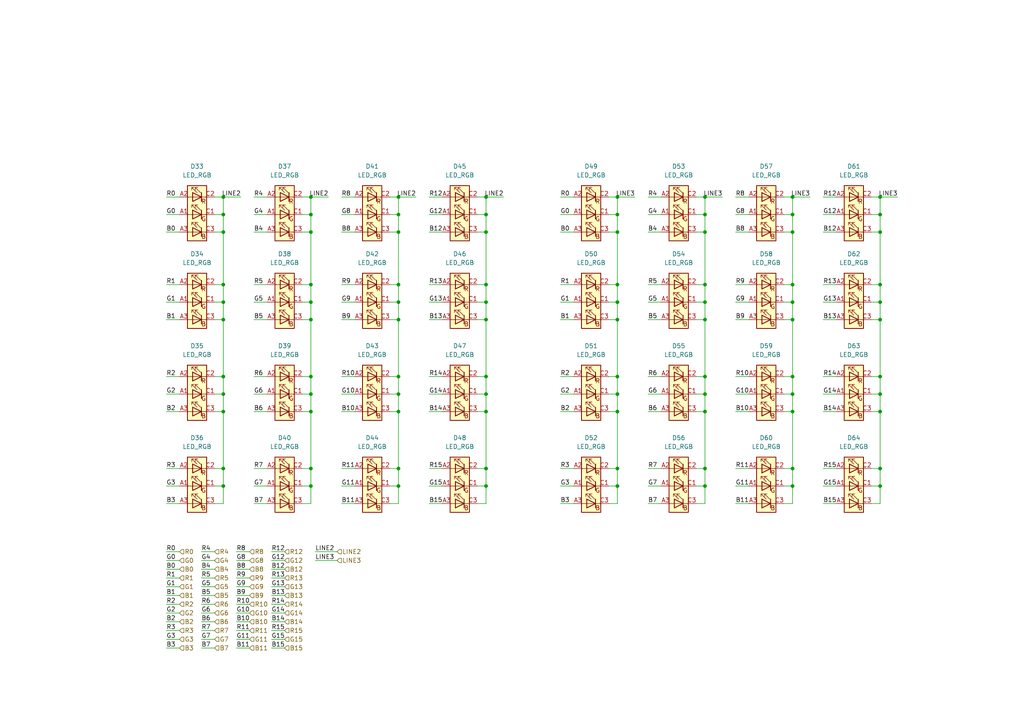
<source format=kicad_sch>
(kicad_sch (version 20250114) (generator "eeschema") (generator_version "9.0")
  (paper "A4")
  (lib_symbols
    (symbol "LRTBGVSR-4U4V-JW+8A8B-D8-3S4U-:LED_RGB" (pin_names (offset 0) (hide yes))
      (property "Reference" "D?" (at 0 13.97 0))
      (property "Value" "LED_RGB" (at 0 11.43 0))
      (symbol "LED_RGB_0_0"
        (text "R" (at -1.905 3.81 0) (effects (font (size 1.27 1.27))))
        (text "G" (at -1.905 -1.27 0) (effects (font (size 1.27 1.27))))
        (text "B" (at -1.905 -6.35 0) (effects (font (size 1.27 1.27))))
      )
      (symbol "LED_RGB_0_1"
        (polyline (pts (xy -1.27 6.35) (xy -1.27 3.81)) (stroke (width 0.254)))
        (polyline (pts (xy -1.27 6.35) (xy -1.27 3.81) (xy -1.27 3.81)))
        (polyline (pts (xy -1.27 5.08) (xy -2.54 5.08)))
        (polyline (pts (xy -1.27 5.08) (xy 1.27 5.08)))
        (polyline (pts (xy -1.27 1.27) (xy -1.27 -1.27)) (stroke (width 0.254)))
        (polyline (pts (xy -1.27 1.27) (xy -1.27 -1.27) (xy -1.27 -1.27)))
        (polyline (pts (xy -1.27 0) (xy -2.54 0)))
        (polyline (pts (xy -1.27 -3.81) (xy -1.27 -6.35)) (stroke (width 0.254)))
        (polyline (pts (xy -1.27 -5.08) (xy -2.54 -5.08)))
        (polyline (pts (xy -1.27 -5.08) (xy 1.27 -5.08)))
        (polyline (pts (xy -1.016 6.35) (xy 0.508 7.874) (xy -0.254 7.874) (xy 0.508 7.874) (xy 0.508 7.112)))
        (polyline (pts (xy -1.016 1.27) (xy 0.508 2.794) (xy -0.254 2.794) (xy 0.508 2.794) (xy 0.508 2.032)))
        (polyline (pts (xy -1.016 -3.81) (xy 0.508 -2.286) (xy -0.254 -2.286) (xy 0.508 -2.286) (xy 0.508 -3.048)))
        (polyline (pts (xy 0 6.35) (xy 1.524 7.874) (xy 0.762 7.874) (xy 1.524 7.874) (xy 1.524 7.112)))
        (polyline (pts (xy 0 1.27) (xy 1.524 2.794) (xy 0.762 2.794) (xy 1.524 2.794) (xy 1.524 2.032)))
        (polyline (pts (xy 0 -3.81) (xy 1.524 -2.286) (xy 0.762 -2.286) (xy 1.524 -2.286) (xy 1.524 -3.048)))
        (polyline (pts (xy 1.27 6.35) (xy 1.27 3.81) (xy -1.27 5.08) (xy 1.27 6.35)) (stroke (width 0.254)))
        (rectangle (start 1.27 6.35) (end 1.27 6.35))
        (polyline (pts (xy 1.27 5.08) (xy 2.54 5.08)))
        (rectangle (start 1.27 3.81) (end 1.27 6.35))
        (polyline (pts (xy 1.27 1.27) (xy 1.27 -1.27) (xy -1.27 0) (xy 1.27 1.27)) (stroke (width 0.254)))
        (rectangle (start 1.27 1.27) (end 1.27 1.27))
        (polyline (pts (xy 1.27 0) (xy -1.27 0)))
        (polyline (pts (xy 1.27 0) (xy 2.54 0)))
        (rectangle (start 1.27 -1.27) (end 1.27 1.27))
        (polyline (pts (xy 1.27 -3.81) (xy 1.27 -6.35) (xy -1.27 -5.08) (xy 1.27 -3.81)) (stroke (width 0.254)))
        (polyline (pts (xy 1.27 -5.08) (xy 2.54 -5.08)))
        (rectangle (start 2.794 8.382) (end -2.794 -7.62) (stroke (width 0.254)) (fill (type background)))
      )
      (symbol "LED_RGB_1_1"
        (pin passive line (at -5.08 5.08 0) (length 2.54) (name "RK") (number "C2"))
        (pin passive line (at -5.08 0 0) (length 2.54) (name "GK") (number "C1"))
        (pin passive line (at -5.08 -5.08 0) (length 2.54) (name "BK") (number "C3"))
        (pin passive line (at 5.08 5.08 180) (length 2.54) (name "RA") (number "A2"))
        (pin passive line (at 5.08 0 180) (length 2.54) (name "GA") (number "A1"))
        (pin passive line (at 5.08 -5.08 180) (length 2.54) (name "BA") (number "A3"))
      )
    )
  )
  (junction (at 229.87 140.97))
  (junction (at 204.47 92.71))
  (junction (at 255.27 114.3))
  (junction (at 229.87 67.31))
  (junction (at 179.07 57.15))
  (junction (at 140.97 87.63))
  (junction (at 115.57 92.71))
  (junction (at 64.77 135.89))
  (junction (at 115.57 87.63))
  (junction (at 229.87 92.71))
  (junction (at 255.27 135.89))
  (junction (at 90.17 82.55))
  (junction (at 140.97 114.3))
  (junction (at 179.07 82.55))
  (junction (at 229.87 82.55))
  (junction (at 140.97 67.31))
  (junction (at 115.57 135.89))
  (junction (at 90.17 135.89))
  (junction (at 64.77 62.23))
  (junction (at 255.27 82.55))
  (junction (at 64.77 87.63))
  (junction (at 255.27 109.22))
  (junction (at 115.57 62.23))
  (junction (at 255.27 57.15))
  (junction (at 204.47 82.55))
  (junction (at 90.17 57.15))
  (junction (at 229.87 57.15))
  (junction (at 179.07 87.63))
  (junction (at 204.47 87.63))
  (junction (at 204.47 135.89))
  (junction (at 90.17 87.63))
  (junction (at 140.97 119.38))
  (junction (at 229.87 135.89))
  (junction (at 115.57 140.97))
  (junction (at 140.97 92.71))
  (junction (at 179.07 109.22))
  (junction (at 179.07 119.38))
  (junction (at 255.27 87.63))
  (junction (at 64.77 109.22))
  (junction (at 115.57 57.15))
  (junction (at 229.87 109.22))
  (junction (at 255.27 62.23))
  (junction (at 115.57 119.38))
  (junction (at 115.57 82.55))
  (junction (at 140.97 140.97))
  (junction (at 90.17 67.31))
  (junction (at 179.07 114.3))
  (junction (at 115.57 114.3))
  (junction (at 179.07 92.71))
  (junction (at 64.77 92.71))
  (junction (at 90.17 119.38))
  (junction (at 204.47 140.97))
  (junction (at 229.87 114.3))
  (junction (at 64.77 119.38))
  (junction (at 64.77 67.31))
  (junction (at 229.87 62.23))
  (junction (at 90.17 114.3))
  (junction (at 90.17 140.97))
  (junction (at 115.57 67.31))
  (junction (at 115.57 109.22))
  (junction (at 229.87 119.38))
  (junction (at 255.27 140.97))
  (junction (at 64.77 114.3))
  (junction (at 179.07 62.23))
  (junction (at 255.27 119.38))
  (junction (at 140.97 135.89))
  (junction (at 179.07 135.89))
  (junction (at 204.47 62.23))
  (junction (at 204.47 67.31))
  (junction (at 64.77 140.97))
  (junction (at 204.47 114.3))
  (junction (at 64.77 82.55))
  (junction (at 90.17 62.23))
  (junction (at 204.47 119.38))
  (junction (at 204.47 109.22))
  (junction (at 140.97 57.15))
  (junction (at 179.07 67.31))
  (junction (at 140.97 62.23))
  (junction (at 64.77 57.15))
  (junction (at 140.97 109.22))
  (junction (at 90.17 109.22))
  (junction (at 255.27 92.71))
  (junction (at 140.97 82.55))
  (junction (at 204.47 57.15))
  (junction (at 90.17 92.71))
  (junction (at 255.27 67.31))
  (junction (at 179.07 140.97))
  (junction (at 229.87 87.63))
  (wire (pts (xy 52.07 109.22) (xy 48.26 109.22)))
  (wire (pts (xy 58.42 187.96) (xy 62.23 187.96)))
  (wire (pts (xy 204.47 92.71) (xy 204.47 109.22)))
  (wire (pts (xy 217.17 140.97) (xy 213.36 140.97)))
  (wire (pts (xy 128.27 62.23) (xy 124.46 62.23)))
  (wire (pts (xy 255.27 146.05) (xy 252.73 146.05)))
  (wire (pts (xy 115.57 135.89) (xy 113.03 135.89)))
  (wire (pts (xy 179.07 62.23) (xy 176.53 62.23)))
  (wire (pts (xy 64.77 87.63) (xy 64.77 92.71)))
  (wire (pts (xy 255.27 57.15) (xy 252.73 57.15)))
  (wire (pts (xy 140.97 109.22) (xy 138.43 109.22)))
  (wire (pts (xy 140.97 62.23) (xy 140.97 67.31)))
  (wire (pts (xy 140.97 114.3) (xy 140.97 119.38)))
  (wire (pts (xy 242.57 57.15) (xy 238.76 57.15)))
  (wire (pts (xy 128.27 114.3) (xy 124.46 114.3)))
  (wire (pts (xy 52.07 135.89) (xy 48.26 135.89)))
  (wire (pts (xy 140.97 57.15) (xy 146.05 57.15)))
  (wire (pts (xy 140.97 92.71) (xy 140.97 109.22)))
  (wire (pts (xy 64.77 119.38) (xy 62.23 119.38)))
  (wire (pts (xy 255.27 92.71) (xy 252.73 92.71)))
  (wire (pts (xy 68.58 177.8) (xy 72.39 177.8)))
  (wire (pts (xy 68.58 165.1) (xy 72.39 165.1)))
  (wire (pts (xy 204.47 135.89) (xy 201.93 135.89)))
  (wire (pts (xy 242.57 92.71) (xy 238.76 92.71)))
  (wire (pts (xy 140.97 135.89) (xy 138.43 135.89)))
  (wire (pts (xy 229.87 119.38) (xy 229.87 135.89)))
  (wire (pts (xy 90.17 140.97) (xy 87.63 140.97)))
  (wire (pts (xy 140.97 87.63) (xy 138.43 87.63)))
  (wire (pts (xy 64.77 67.31) (xy 62.23 67.31)))
  (wire (pts (xy 68.58 170.18) (xy 72.39 170.18)))
  (wire (pts (xy 115.57 82.55) (xy 113.03 82.55)))
  (wire (pts (xy 58.42 180.34) (xy 62.23 180.34)))
  (wire (pts (xy 140.97 135.89) (xy 140.97 140.97)))
  (wire (pts (xy 68.58 180.34) (xy 72.39 180.34)))
  (wire (pts (xy 242.57 62.23) (xy 238.76 62.23)))
  (wire (pts (xy 191.77 62.23) (xy 187.96 62.23)))
  (wire (pts (xy 229.87 87.63) (xy 227.33 87.63)))
  (wire (pts (xy 229.87 67.31) (xy 229.87 82.55)))
  (wire (pts (xy 229.87 92.71) (xy 229.87 109.22)))
  (wire (pts (xy 78.74 170.18) (xy 82.55 170.18)))
  (wire (pts (xy 115.57 57.15) (xy 120.65 57.15)))
  (wire (pts (xy 128.27 146.05) (xy 124.46 146.05)))
  (wire (pts (xy 102.87 140.97) (xy 99.06 140.97)))
  (wire (pts (xy 64.77 109.22) (xy 62.23 109.22)))
  (wire (pts (xy 255.27 114.3) (xy 252.73 114.3)))
  (wire (pts (xy 90.17 82.55) (xy 90.17 87.63)))
  (wire (pts (xy 90.17 119.38) (xy 90.17 135.89)))
  (wire (pts (xy 255.27 67.31) (xy 255.27 82.55)))
  (wire (pts (xy 179.07 57.15) (xy 176.53 57.15)))
  (wire (pts (xy 78.74 180.34) (xy 82.55 180.34)))
  (wire (pts (xy 102.87 82.55) (xy 99.06 82.55)))
  (wire (pts (xy 255.27 62.23) (xy 255.27 67.31)))
  (wire (pts (xy 102.87 109.22) (xy 99.06 109.22)))
  (wire (pts (xy 90.17 57.15) (xy 90.17 62.23)))
  (wire (pts (xy 217.17 109.22) (xy 213.36 109.22)))
  (wire (pts (xy 204.47 109.22) (xy 204.47 114.3)))
  (wire (pts (xy 217.17 119.38) (xy 213.36 119.38)))
  (wire (pts (xy 255.27 62.23) (xy 252.73 62.23)))
  (wire (pts (xy 58.42 162.56) (xy 62.23 162.56)))
  (wire (pts (xy 48.26 175.26) (xy 52.07 175.26)))
  (wire (pts (xy 77.47 114.3) (xy 73.66 114.3)))
  (wire (pts (xy 140.97 67.31) (xy 140.97 82.55)))
  (wire (pts (xy 229.87 62.23) (xy 229.87 67.31)))
  (wire (pts (xy 217.17 135.89) (xy 213.36 135.89)))
  (wire (pts (xy 52.07 82.55) (xy 48.26 82.55)))
  (wire (pts (xy 204.47 119.38) (xy 204.47 135.89)))
  (wire (pts (xy 242.57 87.63) (xy 238.76 87.63)))
  (wire (pts (xy 102.87 67.31) (xy 99.06 67.31)))
  (wire (pts (xy 217.17 67.31) (xy 213.36 67.31)))
  (wire (pts (xy 64.77 82.55) (xy 64.77 87.63)))
  (wire (pts (xy 229.87 119.38) (xy 227.33 119.38)))
  (wire (pts (xy 48.26 165.1) (xy 52.07 165.1)))
  (wire (pts (xy 242.57 67.31) (xy 238.76 67.31)))
  (wire (pts (xy 191.77 114.3) (xy 187.96 114.3)))
  (wire (pts (xy 128.27 109.22) (xy 124.46 109.22)))
  (wire (pts (xy 242.57 109.22) (xy 238.76 109.22)))
  (wire (pts (xy 90.17 135.89) (xy 90.17 140.97)))
  (wire (pts (xy 115.57 67.31) (xy 115.57 82.55)))
  (wire (pts (xy 166.37 135.89) (xy 162.56 135.89)))
  (wire (pts (xy 64.77 114.3) (xy 62.23 114.3)))
  (wire (pts (xy 90.17 67.31) (xy 90.17 82.55)))
  (wire (pts (xy 217.17 114.3) (xy 213.36 114.3)))
  (wire (pts (xy 204.47 135.89) (xy 204.47 140.97)))
  (wire (pts (xy 52.07 119.38) (xy 48.26 119.38)))
  (wire (pts (xy 204.47 119.38) (xy 201.93 119.38)))
  (wire (pts (xy 217.17 87.63) (xy 213.36 87.63)))
  (wire (pts (xy 115.57 62.23) (xy 113.03 62.23)))
  (wire (pts (xy 229.87 87.63) (xy 229.87 92.71)))
  (wire (pts (xy 77.47 92.71) (xy 73.66 92.71)))
  (wire (pts (xy 48.26 185.42) (xy 52.07 185.42)))
  (wire (pts (xy 191.77 109.22) (xy 187.96 109.22)))
  (wire (pts (xy 204.47 62.23) (xy 201.93 62.23)))
  (wire (pts (xy 52.07 67.31) (xy 48.26 67.31)))
  (wire (pts (xy 128.27 140.97) (xy 124.46 140.97)))
  (wire (pts (xy 90.17 62.23) (xy 87.63 62.23)))
  (wire (pts (xy 77.47 140.97) (xy 73.66 140.97)))
  (wire (pts (xy 140.97 67.31) (xy 138.43 67.31)))
  (wire (pts (xy 229.87 57.15) (xy 227.33 57.15)))
  (wire (pts (xy 204.47 140.97) (xy 201.93 140.97)))
  (wire (pts (xy 68.58 162.56) (xy 72.39 162.56)))
  (wire (pts (xy 77.47 82.55) (xy 73.66 82.55)))
  (wire (pts (xy 64.77 92.71) (xy 64.77 109.22)))
  (wire (pts (xy 64.77 62.23) (xy 62.23 62.23)))
  (wire (pts (xy 166.37 57.15) (xy 162.56 57.15)))
  (wire (pts (xy 255.27 135.89) (xy 252.73 135.89)))
  (wire (pts (xy 115.57 62.23) (xy 115.57 67.31)))
  (wire (pts (xy 229.87 62.23) (xy 227.33 62.23)))
  (wire (pts (xy 179.07 62.23) (xy 179.07 67.31)))
  (wire (pts (xy 179.07 114.3) (xy 179.07 119.38)))
  (wire (pts (xy 115.57 146.05) (xy 113.03 146.05)))
  (wire (pts (xy 204.47 62.23) (xy 204.47 67.31)))
  (wire (pts (xy 140.97 119.38) (xy 140.97 135.89)))
  (wire (pts (xy 48.26 182.88) (xy 52.07 182.88)))
  (wire (pts (xy 179.07 92.71) (xy 179.07 109.22)))
  (wire (pts (xy 242.57 82.55) (xy 238.76 82.55)))
  (wire (pts (xy 64.77 82.55) (xy 62.23 82.55)))
  (wire (pts (xy 179.07 92.71) (xy 176.53 92.71)))
  (wire (pts (xy 90.17 92.71) (xy 90.17 109.22)))
  (wire (pts (xy 255.27 57.15) (xy 260.35 57.15)))
  (wire (pts (xy 217.17 82.55) (xy 213.36 82.55)))
  (wire (pts (xy 140.97 92.71) (xy 138.43 92.71)))
  (wire (pts (xy 77.47 119.38) (xy 73.66 119.38)))
  (wire (pts (xy 77.47 62.23) (xy 73.66 62.23)))
  (wire (pts (xy 78.74 160.02) (xy 82.55 160.02)))
  (wire (pts (xy 191.77 119.38) (xy 187.96 119.38)))
  (wire (pts (xy 204.47 67.31) (xy 204.47 82.55)))
  (wire (pts (xy 78.74 185.42) (xy 82.55 185.42)))
  (wire (pts (xy 90.17 82.55) (xy 87.63 82.55)))
  (wire (pts (xy 140.97 87.63) (xy 140.97 92.71)))
  (wire (pts (xy 229.87 82.55) (xy 227.33 82.55)))
  (wire (pts (xy 179.07 82.55) (xy 179.07 87.63)))
  (wire (pts (xy 115.57 109.22) (xy 113.03 109.22)))
  (wire (pts (xy 179.07 140.97) (xy 176.53 140.97)))
  (wire (pts (xy 229.87 114.3) (xy 227.33 114.3)))
  (wire (pts (xy 166.37 119.38) (xy 162.56 119.38)))
  (wire (pts (xy 90.17 57.15) (xy 95.25 57.15)))
  (wire (pts (xy 91.44 162.56) (xy 97.79 162.56)))
  (wire (pts (xy 115.57 87.63) (xy 113.03 87.63)))
  (wire (pts (xy 115.57 119.38) (xy 113.03 119.38)))
  (wire (pts (xy 128.27 82.55) (xy 124.46 82.55)))
  (wire (pts (xy 58.42 167.64) (xy 62.23 167.64)))
  (wire (pts (xy 58.42 185.42) (xy 62.23 185.42)))
  (wire (pts (xy 179.07 87.63) (xy 179.07 92.71)))
  (wire (pts (xy 52.07 87.63) (xy 48.26 87.63)))
  (wire (pts (xy 204.47 82.55) (xy 204.47 87.63)))
  (wire (pts (xy 115.57 92.71) (xy 115.57 109.22)))
  (wire (pts (xy 64.77 62.23) (xy 64.77 67.31)))
  (wire (pts (xy 140.97 82.55) (xy 138.43 82.55)))
  (wire (pts (xy 58.42 160.02) (xy 62.23 160.02)))
  (wire (pts (xy 179.07 114.3) (xy 176.53 114.3)))
  (wire (pts (xy 140.97 109.22) (xy 140.97 114.3)))
  (wire (pts (xy 58.42 182.88) (xy 62.23 182.88)))
  (wire (pts (xy 64.77 146.05) (xy 62.23 146.05)))
  (wire (pts (xy 77.47 67.31) (xy 73.66 67.31)))
  (wire (pts (xy 52.07 62.23) (xy 48.26 62.23)))
  (wire (pts (xy 90.17 140.97) (xy 90.17 146.05)))
  (wire (pts (xy 48.26 172.72) (xy 52.07 172.72)))
  (wire (pts (xy 179.07 67.31) (xy 179.07 82.55)))
  (wire (pts (xy 102.87 57.15) (xy 99.06 57.15)))
  (wire (pts (xy 64.77 109.22) (xy 64.77 114.3)))
  (wire (pts (xy 179.07 140.97) (xy 179.07 146.05)))
  (wire (pts (xy 179.07 146.05) (xy 176.53 146.05)))
  (wire (pts (xy 204.47 92.71) (xy 201.93 92.71)))
  (wire (pts (xy 140.97 57.15) (xy 138.43 57.15)))
  (wire (pts (xy 242.57 114.3) (xy 238.76 114.3)))
  (wire (pts (xy 204.47 109.22) (xy 201.93 109.22)))
  (wire (pts (xy 90.17 114.3) (xy 90.17 119.38)))
  (wire (pts (xy 64.77 87.63) (xy 62.23 87.63)))
  (wire (pts (xy 204.47 67.31) (xy 201.93 67.31)))
  (wire (pts (xy 48.26 160.02) (xy 52.07 160.02)))
  (wire (pts (xy 255.27 140.97) (xy 255.27 146.05)))
  (wire (pts (xy 140.97 114.3) (xy 138.43 114.3)))
  (wire (pts (xy 78.74 167.64) (xy 82.55 167.64)))
  (wire (pts (xy 166.37 82.55) (xy 162.56 82.55)))
  (wire (pts (xy 255.27 109.22) (xy 252.73 109.22)))
  (wire (pts (xy 68.58 185.42) (xy 72.39 185.42)))
  (wire (pts (xy 68.58 160.02) (xy 72.39 160.02)))
  (wire (pts (xy 166.37 67.31) (xy 162.56 67.31)))
  (wire (pts (xy 64.77 119.38) (xy 64.77 135.89)))
  (wire (pts (xy 90.17 87.63) (xy 90.17 92.71)))
  (wire (pts (xy 48.26 167.64) (xy 52.07 167.64)))
  (wire (pts (xy 166.37 62.23) (xy 162.56 62.23)))
  (wire (pts (xy 204.47 57.15) (xy 204.47 62.23)))
  (wire (pts (xy 102.87 87.63) (xy 99.06 87.63)))
  (wire (pts (xy 191.77 140.97) (xy 187.96 140.97)))
  (wire (pts (xy 191.77 87.63) (xy 187.96 87.63)))
  (wire (pts (xy 52.07 146.05) (xy 48.26 146.05)))
  (wire (pts (xy 102.87 135.89) (xy 99.06 135.89)))
  (wire (pts (xy 64.77 57.15) (xy 64.77 62.23)))
  (wire (pts (xy 102.87 92.71) (xy 99.06 92.71)))
  (wire (pts (xy 58.42 165.1) (xy 62.23 165.1)))
  (wire (pts (xy 204.47 87.63) (xy 204.47 92.71)))
  (wire (pts (xy 78.74 187.96) (xy 82.55 187.96)))
  (wire (pts (xy 128.27 135.89) (xy 124.46 135.89)))
  (wire (pts (xy 90.17 114.3) (xy 87.63 114.3)))
  (wire (pts (xy 102.87 114.3) (xy 99.06 114.3)))
  (wire (pts (xy 58.42 172.72) (xy 62.23 172.72)))
  (wire (pts (xy 102.87 119.38) (xy 99.06 119.38)))
  (wire (pts (xy 204.47 82.55) (xy 201.93 82.55)))
  (wire (pts (xy 217.17 146.05) (xy 213.36 146.05)))
  (wire (pts (xy 77.47 109.22) (xy 73.66 109.22)))
  (wire (pts (xy 90.17 135.89) (xy 87.63 135.89)))
  (wire (pts (xy 255.27 114.3) (xy 255.27 119.38)))
  (wire (pts (xy 128.27 119.38) (xy 124.46 119.38)))
  (wire (pts (xy 48.26 162.56) (xy 52.07 162.56)))
  (wire (pts (xy 115.57 109.22) (xy 115.57 114.3)))
  (wire (pts (xy 204.47 146.05) (xy 201.93 146.05)))
  (wire (pts (xy 90.17 119.38) (xy 87.63 119.38)))
  (wire (pts (xy 140.97 140.97) (xy 138.43 140.97)))
  (wire (pts (xy 179.07 57.15) (xy 184.15 57.15)))
  (wire (pts (xy 90.17 62.23) (xy 90.17 67.31)))
  (wire (pts (xy 255.27 135.89) (xy 255.27 140.97)))
  (wire (pts (xy 191.77 92.71) (xy 187.96 92.71)))
  (wire (pts (xy 229.87 57.15) (xy 229.87 62.23)))
  (wire (pts (xy 140.97 140.97) (xy 140.97 146.05)))
  (wire (pts (xy 179.07 87.63) (xy 176.53 87.63)))
  (wire (pts (xy 78.74 182.88) (xy 82.55 182.88)))
  (wire (pts (xy 229.87 57.15) (xy 234.95 57.15)))
  (wire (pts (xy 166.37 92.71) (xy 162.56 92.71)))
  (wire (pts (xy 52.07 92.71) (xy 48.26 92.71)))
  (wire (pts (xy 48.26 177.8) (xy 52.07 177.8)))
  (wire (pts (xy 204.47 57.15) (xy 209.55 57.15)))
  (wire (pts (xy 229.87 109.22) (xy 229.87 114.3)))
  (wire (pts (xy 204.47 140.97) (xy 204.47 146.05)))
  (wire (pts (xy 166.37 87.63) (xy 162.56 87.63)))
  (wire (pts (xy 179.07 135.89) (xy 179.07 140.97)))
  (wire (pts (xy 191.77 146.05) (xy 187.96 146.05)))
  (wire (pts (xy 179.07 67.31) (xy 176.53 67.31)))
  (wire (pts (xy 255.27 119.38) (xy 252.73 119.38)))
  (wire (pts (xy 52.07 114.3) (xy 48.26 114.3)))
  (wire (pts (xy 128.27 92.71) (xy 124.46 92.71)))
  (wire (pts (xy 229.87 82.55) (xy 229.87 87.63)))
  (wire (pts (xy 217.17 62.23) (xy 213.36 62.23)))
  (wire (pts (xy 128.27 57.15) (xy 124.46 57.15)))
  (wire (pts (xy 140.97 62.23) (xy 138.43 62.23)))
  (wire (pts (xy 242.57 119.38) (xy 238.76 119.38)))
  (wire (pts (xy 64.77 135.89) (xy 62.23 135.89)))
  (wire (pts (xy 166.37 109.22) (xy 162.56 109.22)))
  (wire (pts (xy 179.07 109.22) (xy 176.53 109.22)))
  (wire (pts (xy 229.87 135.89) (xy 229.87 140.97)))
  (wire (pts (xy 166.37 146.05) (xy 162.56 146.05)))
  (wire (pts (xy 255.27 140.97) (xy 252.73 140.97)))
  (wire (pts (xy 78.74 162.56) (xy 82.55 162.56)))
  (wire (pts (xy 64.77 67.31) (xy 64.77 82.55)))
  (wire (pts (xy 78.74 175.26) (xy 82.55 175.26)))
  (wire (pts (xy 229.87 67.31) (xy 227.33 67.31)))
  (wire (pts (xy 191.77 57.15) (xy 187.96 57.15)))
  (wire (pts (xy 115.57 140.97) (xy 115.57 146.05)))
  (wire (pts (xy 115.57 114.3) (xy 113.03 114.3)))
  (wire (pts (xy 179.07 109.22) (xy 179.07 114.3)))
  (wire (pts (xy 77.47 57.15) (xy 73.66 57.15)))
  (wire (pts (xy 58.42 175.26) (xy 62.23 175.26)))
  (wire (pts (xy 179.07 57.15) (xy 179.07 62.23)))
  (wire (pts (xy 229.87 140.97) (xy 227.33 140.97)))
  (wire (pts (xy 140.97 119.38) (xy 138.43 119.38)))
  (wire (pts (xy 52.07 140.97) (xy 48.26 140.97)))
  (wire (pts (xy 217.17 92.71) (xy 213.36 92.71)))
  (wire (pts (xy 255.27 109.22) (xy 255.27 114.3)))
  (wire (pts (xy 102.87 62.23) (xy 99.06 62.23)))
  (wire (pts (xy 52.07 57.15) (xy 48.26 57.15)))
  (wire (pts (xy 115.57 114.3) (xy 115.57 119.38)))
  (wire (pts (xy 229.87 146.05) (xy 227.33 146.05)))
  (wire (pts (xy 115.57 67.31) (xy 113.03 67.31)))
  (wire (pts (xy 90.17 109.22) (xy 87.63 109.22)))
  (wire (pts (xy 166.37 140.97) (xy 162.56 140.97)))
  (wire (pts (xy 90.17 109.22) (xy 90.17 114.3)))
  (wire (pts (xy 229.87 92.71) (xy 227.33 92.71)))
  (wire (pts (xy 229.87 135.89) (xy 227.33 135.89)))
  (wire (pts (xy 229.87 140.97) (xy 229.87 146.05)))
  (wire (pts (xy 78.74 177.8) (xy 82.55 177.8)))
  (wire (pts (xy 255.27 119.38) (xy 255.27 135.89)))
  (wire (pts (xy 115.57 87.63) (xy 115.57 92.71)))
  (wire (pts (xy 140.97 57.15) (xy 140.97 62.23)))
  (wire (pts (xy 64.77 92.71) (xy 62.23 92.71)))
  (wire (pts (xy 68.58 175.26) (xy 72.39 175.26)))
  (wire (pts (xy 115.57 92.71) (xy 113.03 92.71)))
  (wire (pts (xy 48.26 187.96) (xy 52.07 187.96)))
  (wire (pts (xy 191.77 135.89) (xy 187.96 135.89)))
  (wire (pts (xy 140.97 82.55) (xy 140.97 87.63)))
  (wire (pts (xy 68.58 182.88) (xy 72.39 182.88)))
  (wire (pts (xy 58.42 177.8) (xy 62.23 177.8)))
  (wire (pts (xy 255.27 82.55) (xy 255.27 87.63)))
  (wire (pts (xy 179.07 82.55) (xy 176.53 82.55)))
  (wire (pts (xy 217.17 57.15) (xy 213.36 57.15)))
  (wire (pts (xy 255.27 67.31) (xy 252.73 67.31)))
  (wire (pts (xy 115.57 57.15) (xy 115.57 62.23)))
  (wire (pts (xy 68.58 167.64) (xy 72.39 167.64)))
  (wire (pts (xy 77.47 87.63) (xy 73.66 87.63)))
  (wire (pts (xy 64.77 57.15) (xy 62.23 57.15)))
  (wire (pts (xy 102.87 146.05) (xy 99.06 146.05)))
  (wire (pts (xy 64.77 140.97) (xy 62.23 140.97)))
  (wire (pts (xy 90.17 92.71) (xy 87.63 92.71)))
  (wire (pts (xy 242.57 140.97) (xy 238.76 140.97)))
  (wire (pts (xy 179.07 119.38) (xy 179.07 135.89)))
  (wire (pts (xy 229.87 109.22) (xy 227.33 109.22)))
  (wire (pts (xy 78.74 172.72) (xy 82.55 172.72)))
  (wire (pts (xy 115.57 57.15) (xy 113.03 57.15)))
  (wire (pts (xy 78.74 165.1) (xy 82.55 165.1)))
  (wire (pts (xy 204.47 114.3) (xy 201.93 114.3)))
  (wire (pts (xy 229.87 114.3) (xy 229.87 119.38)))
  (wire (pts (xy 255.27 92.71) (xy 255.27 109.22)))
  (wire (pts (xy 68.58 187.96) (xy 72.39 187.96)))
  (wire (pts (xy 140.97 146.05) (xy 138.43 146.05)))
  (wire (pts (xy 242.57 135.89) (xy 238.76 135.89)))
  (wire (pts (xy 90.17 67.31) (xy 87.63 67.31)))
  (wire (pts (xy 115.57 140.97) (xy 113.03 140.97)))
  (wire (pts (xy 255.27 87.63) (xy 252.73 87.63)))
  (wire (pts (xy 191.77 67.31) (xy 187.96 67.31)))
  (wire (pts (xy 64.77 135.89) (xy 64.77 140.97)))
  (wire (pts (xy 255.27 82.55) (xy 252.73 82.55)))
  (wire (pts (xy 242.57 146.05) (xy 238.76 146.05)))
  (wire (pts (xy 48.26 180.34) (xy 52.07 180.34)))
  (wire (pts (xy 68.58 172.72) (xy 72.39 172.72)))
  (wire (pts (xy 77.47 146.05) (xy 73.66 146.05)))
  (wire (pts (xy 90.17 146.05) (xy 87.63 146.05)))
  (wire (pts (xy 64.77 114.3) (xy 64.77 119.38)))
  (wire (pts (xy 91.44 160.02) (xy 97.79 160.02)))
  (wire (pts (xy 179.07 119.38) (xy 176.53 119.38)))
  (wire (pts (xy 166.37 114.3) (xy 162.56 114.3)))
  (wire (pts (xy 115.57 135.89) (xy 115.57 140.97)))
  (wire (pts (xy 77.47 135.89) (xy 73.66 135.89)))
  (wire (pts (xy 255.27 57.15) (xy 255.27 62.23)))
  (wire (pts (xy 58.42 170.18) (xy 62.23 170.18)))
  (wire (pts (xy 64.77 140.97) (xy 64.77 146.05)))
  (wire (pts (xy 191.77 82.55) (xy 187.96 82.55)))
  (wire (pts (xy 204.47 114.3) (xy 204.47 119.38)))
  (wire (pts (xy 128.27 67.31) (xy 124.46 67.31)))
  (wire (pts (xy 255.27 87.63) (xy 255.27 92.71)))
  (wire (pts (xy 179.07 135.89) (xy 176.53 135.89)))
  (wire (pts (xy 64.77 57.15) (xy 69.85 57.15)))
  (wire (pts (xy 90.17 57.15) (xy 87.63 57.15)))
  (wire (pts (xy 204.47 87.63) (xy 201.93 87.63)))
  (wire (pts (xy 204.47 57.15) (xy 201.93 57.15)))
  (wire (pts (xy 90.17 87.63) (xy 87.63 87.63)))
  (wire (pts (xy 115.57 119.38) (xy 115.57 135.89)))
  (wire (pts (xy 128.27 87.63) (xy 124.46 87.63)))
  (wire (pts (xy 115.57 82.55) (xy 115.57 87.63)))
  (wire (pts (xy 48.26 170.18) (xy 52.07 170.18)))
  (label "R4" (at 187.96 57.15 0))
  (label "LINE3" (at 234.95 57.15 180))
  (label "LINE2" (at 95.25 57.15 180))
  (label "G14" (at 238.76 114.3 0))
  (label "B2" (at 162.56 119.38 0))
  (label "R7" (at 73.66 135.89 0))
  (label "LINE2" (at 69.85 57.15 180))
  (label "B12" (at 238.76 67.31 0))
  (label "R0" (at 48.26 160.02 0))
  (label "B13" (at 238.76 92.71 0))
  (label "B6" (at 58.42 180.34 0))
  (label "R3" (at 48.26 135.89 0))
  (label "G2" (at 162.56 114.3 0))
  (label "R6" (at 187.96 109.22 0))
  (label "R14" (at 124.46 109.22 0))
  (label "B9" (at 68.58 172.72 0))
  (label "R7" (at 58.42 182.88 0))
  (label "G9" (at 213.36 87.63 0))
  (label "B14" (at 238.76 119.38 0))
  (label "R13" (at 238.76 82.55 0))
  (label "B7" (at 73.66 146.05 0))
  (label "B5" (at 73.66 92.71 0))
  (label "B7" (at 58.42 187.96 0))
  (label "G2" (at 48.26 177.8 0))
  (label "G8" (at 99.06 62.23 0))
  (label "B11" (at 213.36 146.05 0))
  (label "R1" (at 48.26 82.55 0))
  (label "B13" (at 124.46 92.71 0))
  (label "B2" (at 48.26 119.38 0))
  (label "R15" (at 124.46 135.89 0))
  (label "B14" (at 124.46 119.38 0))
  (label "R9" (at 213.36 82.55 0))
  (label "G7" (at 58.42 185.42 0))
  (label "R3" (at 48.26 182.88 0))
  (label "B3" (at 48.26 187.96 0))
  (label "B7" (at 187.96 146.05 0))
  (label "G10" (at 213.36 114.3 0))
  (label "G15" (at 238.76 140.97 0))
  (label "B8" (at 68.58 165.1 0))
  (label "G5" (at 58.42 170.18 0))
  (label "R5" (at 58.42 167.64 0))
  (label "G5" (at 187.96 87.63 0))
  (label "G10" (at 68.58 177.8 0))
  (label "G0" (at 48.26 162.56 0))
  (label "G10" (at 99.06 114.3 0))
  (label "R5" (at 187.96 82.55 0))
  (label "B9" (at 99.06 92.71 0))
  (label "G3" (at 48.26 185.42 0))
  (label "R6" (at 73.66 109.22 0))
  (label "G12" (at 78.74 162.56 0))
  (label "B5" (at 187.96 92.71 0))
  (label "B12" (at 124.46 67.31 0))
  (label "R8" (at 99.06 57.15 0))
  (label "R3" (at 162.56 135.89 0))
  (label "G3" (at 162.56 140.97 0))
  (label "G6" (at 73.66 114.3 0))
  (label "B0" (at 162.56 67.31 0))
  (label "B10" (at 68.58 180.34 0))
  (label "G9" (at 99.06 87.63 0))
  (label "B11" (at 68.58 187.96 0))
  (label "G7" (at 187.96 140.97 0))
  (label "B0" (at 48.26 165.1 0))
  (label "B6" (at 187.96 119.38 0))
  (label "G11" (at 213.36 140.97 0))
  (label "G8" (at 68.58 162.56 0))
  (label "R12" (at 238.76 57.15 0))
  (label "B12" (at 78.74 165.1 0))
  (label "R10" (at 68.58 175.26 0))
  (label "G4" (at 187.96 62.23 0))
  (label "B4" (at 73.66 67.31 0))
  (label "B1" (at 48.26 172.72 0))
  (label "LINE3" (at 184.15 57.15 180))
  (label "G6" (at 58.42 177.8 0))
  (label "B1" (at 48.26 92.71 0))
  (label "R8" (at 213.36 57.15 0))
  (label "R9" (at 99.06 82.55 0))
  (label "G13" (at 238.76 87.63 0))
  (label "G1" (at 48.26 170.18 0))
  (label "G12" (at 238.76 62.23 0))
  (label "B10" (at 213.36 119.38 0))
  (label "R1" (at 162.56 82.55 0))
  (label "R11" (at 213.36 135.89 0))
  (label "B1" (at 162.56 92.71 0))
  (label "G4" (at 73.66 62.23 0))
  (label "G1" (at 48.26 87.63 0))
  (label "G12" (at 124.46 62.23 0))
  (label "G11" (at 99.06 140.97 0))
  (label "R2" (at 162.56 109.22 0))
  (label "R4" (at 58.42 160.02 0))
  (label "B9" (at 213.36 92.71 0))
  (label "B5" (at 58.42 172.72 0))
  (label "G8" (at 213.36 62.23 0))
  (label "LINE3" (at 91.44 162.56 0))
  (label "B15" (at 238.76 146.05 0))
  (label "B3" (at 48.26 146.05 0))
  (label "R11" (at 99.06 135.89 0))
  (label "R13" (at 124.46 82.55 0))
  (label "R0" (at 48.26 57.15 0))
  (label "R4" (at 73.66 57.15 0))
  (label "G9" (at 68.58 170.18 0))
  (label "R14" (at 78.74 175.26 0))
  (label "R8" (at 68.58 160.02 0))
  (label "R6" (at 58.42 175.26 0))
  (label "G2" (at 48.26 114.3 0))
  (label "R9" (at 68.58 167.64 0))
  (label "B13" (at 78.74 172.72 0))
  (label "G15" (at 124.46 140.97 0))
  (label "B3" (at 162.56 146.05 0))
  (label "B14" (at 78.74 180.34 0))
  (label "B0" (at 48.26 67.31 0))
  (label "G7" (at 73.66 140.97 0))
  (label "G0" (at 162.56 62.23 0))
  (label "LINE2" (at 120.65 57.15 180))
  (label "G0" (at 48.26 62.23 0))
  (label "G13" (at 124.46 87.63 0))
  (label "B15" (at 124.46 146.05 0))
  (label "B2" (at 48.26 180.34 0))
  (label "R13" (at 78.74 167.64 0))
  (label "R2" (at 48.26 175.26 0))
  (label "G13" (at 78.74 170.18 0))
  (label "G11" (at 68.58 185.42 0))
  (label "B4" (at 187.96 67.31 0))
  (label "LINE3" (at 260.35 57.15 180))
  (label "R7" (at 187.96 135.89 0))
  (label "LINE2" (at 91.44 160.02 0))
  (label "B8" (at 99.06 67.31 0))
  (label "LINE2" (at 146.05 57.15 180))
  (label "G4" (at 58.42 162.56 0))
  (label "G15" (at 78.74 185.42 0))
  (label "R0" (at 162.56 57.15 0))
  (label "R1" (at 48.26 167.64 0))
  (label "LINE3" (at 209.55 57.15 180))
  (label "B15" (at 78.74 187.96 0))
  (label "B10" (at 99.06 119.38 0))
  (label "B6" (at 73.66 119.38 0))
  (label "R10" (at 213.36 109.22 0))
  (label "G1" (at 162.56 87.63 0))
  (label "G14" (at 124.46 114.3 0))
  (label "G3" (at 48.26 140.97 0))
  (label "B4" (at 58.42 165.1 0))
  (label "R15" (at 78.74 182.88 0))
  (label "G14" (at 78.74 177.8 0))
  (label "B11" (at 99.06 146.05 0))
  (label "R11" (at 68.58 182.88 0))
  (label "R12" (at 78.74 160.02 0))
  (label "G5" (at 73.66 87.63 0))
  (label "R12" (at 124.46 57.15 0))
  (label "R2" (at 48.26 109.22 0))
  (label "R5" (at 73.66 82.55 0))
  (label "G6" (at 187.96 114.3 0))
  (label "R15" (at 238.76 135.89 0))
  (label "R10" (at 99.06 109.22 0))
  (label "R14" (at 238.76 109.22 0))
  (label "B8" (at 213.36 67.31 0))
  (hierarchical_label "B1" (shape input) (at 52.07 172.72 0))
  (hierarchical_label "B2" (shape input) (at 52.07 180.34 0))
  (hierarchical_label "R6" (shape input) (at 62.23 175.26 0))
  (hierarchical_label "G6" (shape input) (at 62.23 177.8 0))
  (hierarchical_label "B5" (shape input) (at 62.23 172.72 0))
  (hierarchical_label "B10" (shape input) (at 72.39 180.34 0))
  (hierarchical_label "R14" (shape input) (at 82.55 175.26 0))
  (hierarchical_label "B4" (shape input) (at 62.23 165.1 0))
  (hierarchical_label "G7" (shape input) (at 62.23 185.42 0))
  (hierarchical_label "R3" (shape input) (at 52.07 182.88 0))
  (hierarchical_label "R7" (shape input) (at 62.23 182.88 0))
  (hierarchical_label "LINE2" (shape input) (at 97.79 160.02 0))
  (hierarchical_label "R13" (shape input) (at 82.55 167.64 0))
  (hierarchical_label "B9" (shape input) (at 72.39 172.72 0))
  (hierarchical_label "G14" (shape input) (at 82.55 177.8 0))
  (hierarchical_label "R15" (shape input) (at 82.55 182.88 0))
  (hierarchical_label "R11" (shape input) (at 72.39 182.88 0))
  (hierarchical_label "R9" (shape input) (at 72.39 167.64 0))
  (hierarchical_label "R0" (shape input) (at 52.07 160.02 0))
  (hierarchical_label "B8" (shape input) (at 72.39 165.1 0))
  (hierarchical_label "R4" (shape input) (at 62.23 160.02 0))
  (hierarchical_label "B0" (shape input) (at 52.07 165.1 0))
  (hierarchical_label "B12" (shape input) (at 82.55 165.1 0))
  (hierarchical_label "R2" (shape input) (at 52.07 175.26 0))
  (hierarchical_label "G2" (shape input) (at 52.07 177.8 0))
  (hierarchical_label "G10" (shape input) (at 72.39 177.8 0))
  (hierarchical_label "B7" (shape input) (at 62.23 187.96 0))
  (hierarchical_label "G13" (shape input) (at 82.55 170.18 0))
  (hierarchical_label "G3" (shape input) (at 52.07 185.42 0))
  (hierarchical_label "B3" (shape input) (at 52.07 187.96 0))
  (hierarchical_label "G4" (shape input) (at 62.23 162.56 0))
  (hierarchical_label "R12" (shape input) (at 82.55 160.02 0))
  (hierarchical_label "G11" (shape input) (at 72.39 185.42 0))
  (hierarchical_label "R8" (shape input) (at 72.39 160.02 0))
  (hierarchical_label "G1" (shape input) (at 52.07 170.18 0))
  (hierarchical_label "LINE3" (shape input) (at 97.79 162.56 0))
  (hierarchical_label "G9" (shape input) (at 72.39 170.18 0))
  (hierarchical_label "B15" (shape input) (at 82.55 187.96 0))
  (hierarchical_label "B6" (shape input) (at 62.23 180.34 0))
  (hierarchical_label "R10" (shape input) (at 72.39 175.26 0))
  (hierarchical_label "B11" (shape input) (at 72.39 187.96 0))
  (hierarchical_label "G15" (shape input) (at 82.55 185.42 0))
  (hierarchical_label "G12" (shape input) (at 82.55 162.56 0))
  (hierarchical_label "B14" (shape input) (at 82.55 180.34 0))
  (hierarchical_label "B13" (shape input) (at 82.55 172.72 0))
  (hierarchical_label "G0" (shape input) (at 52.07 162.56 0))
  (hierarchical_label "R1" (shape input) (at 52.07 167.64 0))
  (hierarchical_label "R5" (shape input) (at 62.23 167.64 0))
  (hierarchical_label "G8" (shape input) (at 72.39 162.56 0))
  (hierarchical_label "G5" (shape input) (at 62.23 170.18 0))
  (symbol (lib_id "LRTBGVSR-4U4V-JW+8A8B-D8-3S4U-:LED_RGB") (at 57.15 87.63 0) (mirror y) (unit 1)
    (property "Reference" "D34" (at 57.15 73.66 0))
    (property "Value" "LED_RGB" (at 57.15 76.2 0))
    (property "Footprint" "LRTBGVSR-4U4V-JW+8A8B-D8-3S4U-7Z:LRTBGVSR4U4VJW8A8BD83S4U7Z" (effects (hide yes)))
    (property "Description" "RGB LED, 6 pin package" (effects (hide yes)))
  )
  (symbol (lib_id "LRTBGVSR-4U4V-JW+8A8B-D8-3S4U-:LED_RGB") (at 107.95 140.97 0) (mirror y) (unit 1)
    (property "Reference" "D44" (at 107.95 127 0))
    (property "Value" "LED_RGB" (at 107.95 129.54 0))
    (property "Footprint" "LRTBGVSR-4U4V-JW+8A8B-D8-3S4U-7Z:LRTBGVSR4U4VJW8A8BD83S4U7Z" (effects (hide yes)))
    (property "Description" "RGB LED, 6 pin package" (effects (hide yes)))
  )
  (symbol (lib_id "LRTBGVSR-4U4V-JW+8A8B-D8-3S4U-:LED_RGB") (at 57.15 62.23 0) (mirror y) (unit 1)
    (property "Reference" "D33" (at 57.15 48.26 0))
    (property "Value" "LED_RGB" (at 57.15 50.8 0))
    (property "Footprint" "LRTBGVSR-4U4V-JW+8A8B-D8-3S4U-7Z:LRTBGVSR4U4VJW8A8BD83S4U7Z" (effects (hide yes)))
    (property "Description" "RGB LED, 6 pin package" (effects (hide yes)))
  )
  (symbol (lib_id "LRTBGVSR-4U4V-JW+8A8B-D8-3S4U-:LED_RGB") (at 171.45 62.23 0) (mirror y) (unit 1)
    (property "Reference" "D49" (at 171.45 48.26 0))
    (property "Value" "LED_RGB" (at 171.45 50.8 0))
    (property "Footprint" "LRTBGVSR-4U4V-JW+8A8B-D8-3S4U-7Z:LRTBGVSR4U4VJW8A8BD83S4U7Z" (effects (hide yes)))
    (property "Description" "RGB LED, 6 pin package" (effects (hide yes)))
  )
  (symbol (lib_id "LRTBGVSR-4U4V-JW+8A8B-D8-3S4U-:LED_RGB") (at 57.15 114.3 0) (mirror y) (unit 1)
    (property "Reference" "D35" (at 57.15 100.33 0))
    (property "Value" "LED_RGB" (at 57.15 102.87 0))
    (property "Footprint" "LRTBGVSR-4U4V-JW+8A8B-D8-3S4U-7Z:LRTBGVSR4U4VJW8A8BD83S4U7Z" (effects (hide yes)))
    (property "Description" "RGB LED, 6 pin package" (effects (hide yes)))
  )
  (symbol (lib_id "LRTBGVSR-4U4V-JW+8A8B-D8-3S4U-:LED_RGB") (at 196.85 87.63 0) (mirror y) (unit 1)
    (property "Reference" "D54" (at 196.85 73.66 0))
    (property "Value" "LED_RGB" (at 196.85 76.2 0))
    (property "Footprint" "LRTBGVSR-4U4V-JW+8A8B-D8-3S4U-7Z:LRTBGVSR4U4VJW8A8BD83S4U7Z" (effects (hide yes)))
    (property "Description" "RGB LED, 6 pin package" (effects (hide yes)))
  )
  (symbol (lib_id "LRTBGVSR-4U4V-JW+8A8B-D8-3S4U-:LED_RGB") (at 171.45 114.3 0) (mirror y) (unit 1)
    (property "Reference" "D51" (at 171.45 100.33 0))
    (property "Value" "LED_RGB" (at 171.45 102.87 0))
    (property "Footprint" "LRTBGVSR-4U4V-JW+8A8B-D8-3S4U-7Z:LRTBGVSR4U4VJW8A8BD83S4U7Z" (effects (hide yes)))
    (property "Description" "RGB LED, 6 pin package" (effects (hide yes)))
  )
  (symbol (lib_id "LRTBGVSR-4U4V-JW+8A8B-D8-3S4U-:LED_RGB") (at 196.85 114.3 0) (mirror y) (unit 1)
    (property "Reference" "D55" (at 196.85 100.33 0))
    (property "Value" "LED_RGB" (at 196.85 102.87 0))
    (property "Footprint" "LRTBGVSR-4U4V-JW+8A8B-D8-3S4U-7Z:LRTBGVSR4U4VJW8A8BD83S4U7Z" (effects (hide yes)))
    (property "Description" "RGB LED, 6 pin package" (effects (hide yes)))
  )
  (symbol (lib_id "LRTBGVSR-4U4V-JW+8A8B-D8-3S4U-:LED_RGB") (at 82.55 87.63 0) (mirror y) (unit 1)
    (property "Reference" "D38" (at 82.55 73.66 0))
    (property "Value" "LED_RGB" (at 82.55 76.2 0))
    (property "Footprint" "LRTBGVSR-4U4V-JW+8A8B-D8-3S4U-7Z:LRTBGVSR4U4VJW8A8BD83S4U7Z" (effects (hide yes)))
    (property "Description" "RGB LED, 6 pin package" (effects (hide yes)))
  )
  (symbol (lib_id "LRTBGVSR-4U4V-JW+8A8B-D8-3S4U-:LED_RGB") (at 196.85 62.23 0) (mirror y) (unit 1)
    (property "Reference" "D53" (at 196.85 48.26 0))
    (property "Value" "LED_RGB" (at 196.85 50.8 0))
    (property "Footprint" "LRTBGVSR-4U4V-JW+8A8B-D8-3S4U-7Z:LRTBGVSR4U4VJW8A8BD83S4U7Z" (effects (hide yes)))
    (property "Description" "RGB LED, 6 pin package" (effects (hide yes)))
  )
  (symbol (lib_id "LRTBGVSR-4U4V-JW+8A8B-D8-3S4U-:LED_RGB") (at 247.65 114.3 0) (mirror y) (unit 1)
    (property "Reference" "D63" (at 247.65 100.33 0))
    (property "Value" "LED_RGB" (at 247.65 102.87 0))
    (property "Footprint" "LRTBGVSR-4U4V-JW+8A8B-D8-3S4U-7Z:LRTBGVSR4U4VJW8A8BD83S4U7Z" (effects (hide yes)))
    (property "Description" "RGB LED, 6 pin package" (effects (hide yes)))
  )
  (symbol (lib_id "LRTBGVSR-4U4V-JW+8A8B-D8-3S4U-:LED_RGB") (at 222.25 114.3 0) (mirror y) (unit 1)
    (property "Reference" "D59" (at 222.25 100.33 0))
    (property "Value" "LED_RGB" (at 222.25 102.87 0))
    (property "Footprint" "LRTBGVSR-4U4V-JW+8A8B-D8-3S4U-7Z:LRTBGVSR4U4VJW8A8BD83S4U7Z" (effects (hide yes)))
    (property "Description" "RGB LED, 6 pin package" (effects (hide yes)))
  )
  (symbol (lib_id "LRTBGVSR-4U4V-JW+8A8B-D8-3S4U-:LED_RGB") (at 222.25 140.97 0) (mirror y) (unit 1)
    (property "Reference" "D60" (at 222.25 127 0))
    (property "Value" "LED_RGB" (at 222.25 129.54 0))
    (property "Footprint" "LRTBGVSR-4U4V-JW+8A8B-D8-3S4U-7Z:LRTBGVSR4U4VJW8A8BD83S4U7Z" (effects (hide yes)))
    (property "Description" "RGB LED, 6 pin package" (effects (hide yes)))
  )
  (symbol (lib_id "LRTBGVSR-4U4V-JW+8A8B-D8-3S4U-:LED_RGB") (at 247.65 62.23 0) (mirror y) (unit 1)
    (property "Reference" "D61" (at 247.65 48.26 0))
    (property "Value" "LED_RGB" (at 247.65 50.8 0))
    (property "Footprint" "LRTBGVSR-4U4V-JW+8A8B-D8-3S4U-7Z:LRTBGVSR4U4VJW8A8BD83S4U7Z" (effects (hide yes)))
    (property "Description" "RGB LED, 6 pin package" (effects (hide yes)))
  )
  (symbol (lib_id "LRTBGVSR-4U4V-JW+8A8B-D8-3S4U-:LED_RGB") (at 247.65 140.97 0) (mirror y) (unit 1)
    (property "Reference" "D64" (at 247.65 127 0))
    (property "Value" "LED_RGB" (at 247.65 129.54 0))
    (property "Footprint" "LRTBGVSR-4U4V-JW+8A8B-D8-3S4U-7Z:LRTBGVSR4U4VJW8A8BD83S4U7Z" (effects (hide yes)))
    (property "Description" "RGB LED, 6 pin package" (effects (hide yes)))
  )
  (symbol (lib_id "LRTBGVSR-4U4V-JW+8A8B-D8-3S4U-:LED_RGB") (at 171.45 140.97 0) (mirror y) (unit 1)
    (property "Reference" "D52" (at 171.45 127 0))
    (property "Value" "LED_RGB" (at 171.45 129.54 0))
    (property "Footprint" "LRTBGVSR-4U4V-JW+8A8B-D8-3S4U-7Z:LRTBGVSR4U4VJW8A8BD83S4U7Z" (effects (hide yes)))
    (property "Description" "RGB LED, 6 pin package" (effects (hide yes)))
  )
  (symbol (lib_id "LRTBGVSR-4U4V-JW+8A8B-D8-3S4U-:LED_RGB") (at 133.35 114.3 0) (mirror y) (unit 1)
    (property "Reference" "D47" (at 133.35 100.33 0))
    (property "Value" "LED_RGB" (at 133.35 102.87 0))
    (property "Footprint" "LRTBGVSR-4U4V-JW+8A8B-D8-3S4U-7Z:LRTBGVSR4U4VJW8A8BD83S4U7Z" (effects (hide yes)))
    (property "Description" "RGB LED, 6 pin package" (effects (hide yes)))
  )
  (symbol (lib_id "LRTBGVSR-4U4V-JW+8A8B-D8-3S4U-:LED_RGB") (at 133.35 62.23 0) (mirror y) (unit 1)
    (property "Reference" "D45" (at 133.35 48.26 0))
    (property "Value" "LED_RGB" (at 133.35 50.8 0))
    (property "Footprint" "LRTBGVSR-4U4V-JW+8A8B-D8-3S4U-7Z:LRTBGVSR4U4VJW8A8BD83S4U7Z" (effects (hide yes)))
    (property "Description" "RGB LED, 6 pin package" (effects (hide yes)))
  )
  (symbol (lib_id "LRTBGVSR-4U4V-JW+8A8B-D8-3S4U-:LED_RGB") (at 222.25 62.23 0) (mirror y) (unit 1)
    (property "Reference" "D57" (at 222.25 48.26 0))
    (property "Value" "LED_RGB" (at 222.25 50.8 0))
    (property "Footprint" "LRTBGVSR-4U4V-JW+8A8B-D8-3S4U-7Z:LRTBGVSR4U4VJW8A8BD83S4U7Z" (effects (hide yes)))
    (property "Description" "RGB LED, 6 pin package" (effects (hide yes)))
  )
  (symbol (lib_id "LRTBGVSR-4U4V-JW+8A8B-D8-3S4U-:LED_RGB") (at 82.55 140.97 0) (mirror y) (unit 1)
    (property "Reference" "D40" (at 82.55 127 0))
    (property "Value" "LED_RGB" (at 82.55 129.54 0))
    (property "Footprint" "LRTBGVSR-4U4V-JW+8A8B-D8-3S4U-7Z:LRTBGVSR4U4VJW8A8BD83S4U7Z" (effects (hide yes)))
    (property "Description" "RGB LED, 6 pin package" (effects (hide yes)))
  )
  (symbol (lib_id "LRTBGVSR-4U4V-JW+8A8B-D8-3S4U-:LED_RGB") (at 107.95 87.63 0) (mirror y) (unit 1)
    (property "Reference" "D42" (at 107.95 73.66 0))
    (property "Value" "LED_RGB" (at 107.95 76.2 0))
    (property "Footprint" "LRTBGVSR-4U4V-JW+8A8B-D8-3S4U-7Z:LRTBGVSR4U4VJW8A8BD83S4U7Z" (effects (hide yes)))
    (property "Description" "RGB LED, 6 pin package" (effects (hide yes)))
  )
  (symbol (lib_id "LRTBGVSR-4U4V-JW+8A8B-D8-3S4U-:LED_RGB") (at 133.35 87.63 0) (mirror y) (unit 1)
    (property "Reference" "D46" (at 133.35 73.66 0))
    (property "Value" "LED_RGB" (at 133.35 76.2 0))
    (property "Footprint" "LRTBGVSR-4U4V-JW+8A8B-D8-3S4U-7Z:LRTBGVSR4U4VJW8A8BD83S4U7Z" (effects (hide yes)))
    (property "Description" "RGB LED, 6 pin package" (effects (hide yes)))
  )
  (symbol (lib_id "LRTBGVSR-4U4V-JW+8A8B-D8-3S4U-:LED_RGB") (at 82.55 114.3 0) (mirror y) (unit 1)
    (property "Reference" "D39" (at 82.55 100.33 0))
    (property "Value" "LED_RGB" (at 82.55 102.87 0))
    (property "Footprint" "LRTBGVSR-4U4V-JW+8A8B-D8-3S4U-7Z:LRTBGVSR4U4VJW8A8BD83S4U7Z" (effects (hide yes)))
    (property "Description" "RGB LED, 6 pin package" (effects (hide yes)))
  )
  (symbol (lib_id "LRTBGVSR-4U4V-JW+8A8B-D8-3S4U-:LED_RGB") (at 222.25 87.63 0) (mirror y) (unit 1)
    (property "Reference" "D58" (at 222.25 73.66 0))
    (property "Value" "LED_RGB" (at 222.25 76.2 0))
    (property "Footprint" "LRTBGVSR-4U4V-JW+8A8B-D8-3S4U-7Z:LRTBGVSR4U4VJW8A8BD83S4U7Z" (effects (hide yes)))
    (property "Description" "RGB LED, 6 pin package" (effects (hide yes)))
  )
  (symbol (lib_id "LRTBGVSR-4U4V-JW+8A8B-D8-3S4U-:LED_RGB") (at 57.15 140.97 0) (mirror y) (unit 1)
    (property "Reference" "D36" (at 57.15 127 0))
    (property "Value" "LED_RGB" (at 57.15 129.54 0))
    (property "Footprint" "LRTBGVSR-4U4V-JW+8A8B-D8-3S4U-7Z:LRTBGVSR4U4VJW8A8BD83S4U7Z" (effects (hide yes)))
    (property "Description" "RGB LED, 6 pin package" (effects (hide yes)))
  )
  (symbol (lib_id "LRTBGVSR-4U4V-JW+8A8B-D8-3S4U-:LED_RGB") (at 171.45 87.63 0) (mirror y) (unit 1)
    (property "Reference" "D50" (at 171.45 73.66 0))
    (property "Value" "LED_RGB" (at 171.45 76.2 0))
    (property "Footprint" "LRTBGVSR-4U4V-JW+8A8B-D8-3S4U-7Z:LRTBGVSR4U4VJW8A8BD83S4U7Z" (effects (hide yes)))
    (property "Description" "RGB LED, 6 pin package" (effects (hide yes)))
  )
  (symbol (lib_id "LRTBGVSR-4U4V-JW+8A8B-D8-3S4U-:LED_RGB") (at 107.95 114.3 0) (mirror y) (unit 1)
    (property "Reference" "D43" (at 107.95 100.33 0))
    (property "Value" "LED_RGB" (at 107.95 102.87 0))
    (property "Footprint" "LRTBGVSR-4U4V-JW+8A8B-D8-3S4U-7Z:LRTBGVSR4U4VJW8A8BD83S4U7Z" (effects (hide yes)))
    (property "Description" "RGB LED, 6 pin package" (effects (hide yes)))
  )
  (symbol (lib_id "LRTBGVSR-4U4V-JW+8A8B-D8-3S4U-:LED_RGB") (at 82.55 62.23 0) (mirror y) (unit 1)
    (property "Reference" "D37" (at 82.55 48.26 0))
    (property "Value" "LED_RGB" (at 82.55 50.8 0))
    (property "Footprint" "LRTBGVSR-4U4V-JW+8A8B-D8-3S4U-7Z:LRTBGVSR4U4VJW8A8BD83S4U7Z" (effects (hide yes)))
    (property "Description" "RGB LED, 6 pin package" (effects (hide yes)))
  )
  (symbol (lib_id "LRTBGVSR-4U4V-JW+8A8B-D8-3S4U-:LED_RGB") (at 133.35 140.97 0) (mirror y) (unit 1)
    (property "Reference" "D48" (at 133.35 127 0))
    (property "Value" "LED_RGB" (at 133.35 129.54 0))
    (property "Footprint" "LRTBGVSR-4U4V-JW+8A8B-D8-3S4U-7Z:LRTBGVSR4U4VJW8A8BD83S4U7Z" (effects (hide yes)))
    (property "Description" "RGB LED, 6 pin package" (effects (hide yes)))
  )
  (symbol (lib_id "LRTBGVSR-4U4V-JW+8A8B-D8-3S4U-:LED_RGB") (at 107.95 62.23 0) (mirror y) (unit 1)
    (property "Reference" "D41" (at 107.95 48.26 0))
    (property "Value" "LED_RGB" (at 107.95 50.8 0))
    (property "Footprint" "LRTBGVSR-4U4V-JW+8A8B-D8-3S4U-7Z:LRTBGVSR4U4VJW8A8BD83S4U7Z" (effects (hide yes)))
    (property "Description" "RGB LED, 6 pin package" (effects (hide yes)))
  )
  (symbol (lib_id "LRTBGVSR-4U4V-JW+8A8B-D8-3S4U-:LED_RGB") (at 247.65 87.63 0) (mirror y) (unit 1)
    (property "Reference" "D62" (at 247.65 73.66 0))
    (property "Value" "LED_RGB" (at 247.65 76.2 0))
    (property "Footprint" "LRTBGVSR-4U4V-JW+8A8B-D8-3S4U-7Z:LRTBGVSR4U4VJW8A8BD83S4U7Z" (effects (hide yes)))
    (property "Description" "RGB LED, 6 pin package" (effects (hide yes)))
  )
  (symbol (lib_id "LRTBGVSR-4U4V-JW+8A8B-D8-3S4U-:LED_RGB") (at 196.85 140.97 0) (mirror y) (unit 1)
    (property "Reference" "D56" (at 196.85 127 0))
    (property "Value" "LED_RGB" (at 196.85 129.54 0))
    (property "Footprint" "LRTBGVSR-4U4V-JW+8A8B-D8-3S4U-7Z:LRTBGVSR4U4VJW8A8BD83S4U7Z" (effects (hide yes)))
    (property "Description" "RGB LED, 6 pin package" (effects (hide yes)))
  )
)
</source>
